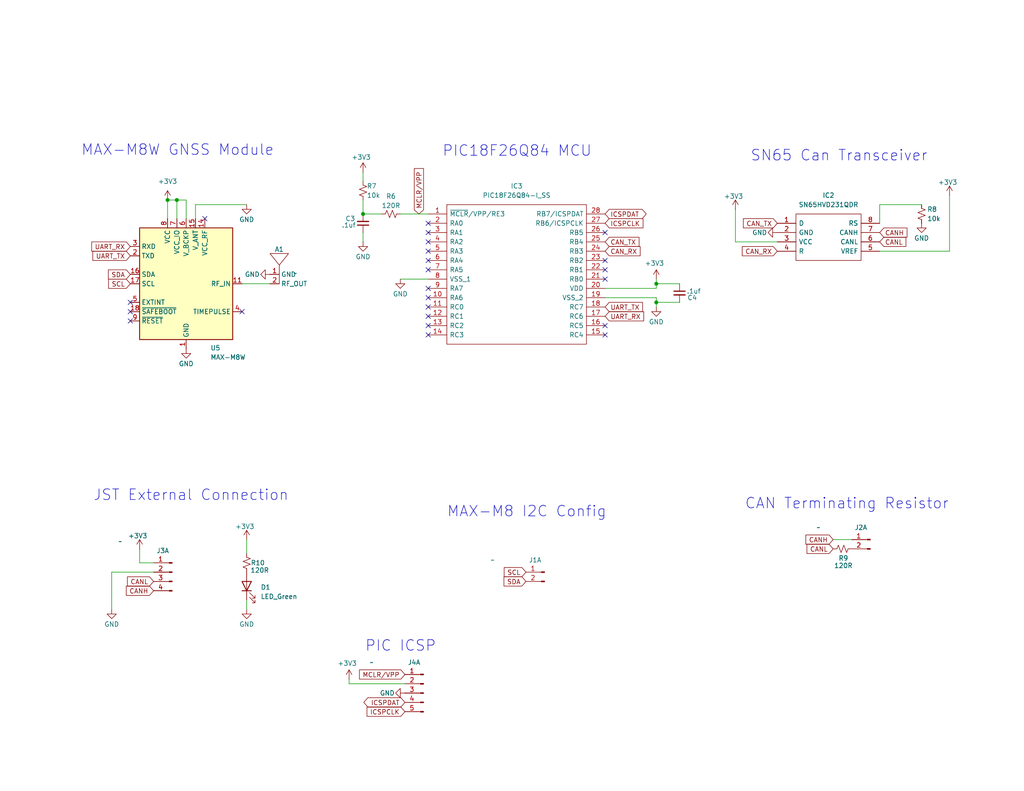
<source format=kicad_sch>
(kicad_sch (version 20231120) (generator "eeschema") (generator_version "8.0")
  (paper "USLetter")
  (title_block (title "PIC18 GPS Board") (date "2025-07-03") (rev "1.0") (company "University of Nebraska-Lincoln") (comment 1 "Version: 3.0") (comment 2 "Paul Scalise"))
  (lib_symbols
    (symbol "Connector:Samtec_ASP-134486-01" (pin_names (offset 1.016) hide)
      (property "Reference" "J1" (at -1.778 -3.048 0))
      (symbol "Samtec_ASP-134486-01_1_1"
        (pin passive line (at -2.54 -6.35 0) (length 3.81) (name "Pin_1") (number "1"))
        (pin passive line (at -2.54 -8.89 0) (length 3.81) (name "Pin_2") (number "2"))
      )
      (symbol "Samtec_ASP-134486-01_2_1"
        (pin passive line (at -2.54 -6.35 0) (length 3.81) (name "Pin_1") (number "B1"))
        (pin passive line (at -2.54 -8.89 0) (length 3.81) (name "Pin_2") (number "B2"))
      )
      (symbol "Samtec_ASP-134486-01_3_1"
        (pin passive line (at -2.54 -6.35 0) (length 3.81) (name "Pin_1") (number "C1"))
        (pin passive line (at -2.54 -8.89 0) (length 3.81) (name "Pin_2") (number "C2"))
      )
      (symbol "Samtec_ASP-134486-01_4_1"
        (pin passive line (at -2.54 -6.35 0) (length 3.81) (name "Pin_1") (number "D1"))
        (pin passive line (at -2.54 -8.89 0) (length 3.81) (name "Pin_2") (number "D2"))
      )
      (symbol "Samtec_ASP-134486-01_5_1"
        (pin passive line (at -2.54 -6.35 0) (length 3.81) (name "Pin_1") (number "E1"))
        (pin passive line (at -2.54 -8.89 0) (length 3.81) (name "Pin_2") (number "E2"))
      )
      (symbol "Samtec_ASP-134486-01_6_1"
        (pin passive line (at -2.54 -6.35 0) (length 3.81) (name "Pin_1") (number "F1"))
        (pin passive line (at -2.54 -8.89 0) (length 3.81) (name "Pin_2") (number "F2"))
      )
      (symbol "Samtec_ASP-134486-01_7_1"
        (pin passive line (at -2.54 -6.35 0) (length 3.81) (name "Pin_1") (number "G1"))
        (pin passive line (at -2.54 -8.89 0) (length 3.81) (name "Pin_2") (number "G2"))
      )
      (symbol "Samtec_ASP-134486-01_8_1"
        (pin passive line (at -2.54 -6.35 0) (length 3.81) (name "Pin_1") (number "H1"))
        (pin passive line (at -2.54 -8.89 0) (length 3.81) (name "Pin_2") (number "H2"))
      )
      (symbol "Samtec_ASP-134486-01_9_1"
        (pin passive line (at -2.54 -6.35 0) (length 3.81) (name "Pin_1") (number "J1"))
        (pin passive line (at -2.54 -8.89 0) (length 3.81) (name "Pin_2") (number "J2"))
      )
      (symbol "Samtec_ASP-134486-01_10_1"
        (pin passive line (at -2.54 -6.35 0) (length 3.81) (name "Pin_1") (number "K1"))
        (pin passive line (at -2.54 -8.89 0) (length 3.81) (name "Pin_2") (number "K2"))
      )
    )
    (symbol "Device:C_Small" (pin_numbers hide) (pin_names (offset 0.254) hide)
      (property "Reference" "C" (at 0.254 1.778 0))
      (property "Value" "C_Small" (at 0.254 -2.032 0))
      (symbol "C_Small_1_1"
        (pin passive line (at 0 2.54 270) (length 2.032) (name "~") (number "1"))
        (pin passive line (at 0 -2.54 90) (length 2.032) (name "~") (number "2"))
      )
    )
    (symbol "Device:LED" (pin_numbers hide) (pin_names (offset 1.016) hide)
      (property "Reference" "D" (at 0 2.54 0))
      (property "Value" "LED" (at 0 -2.54 0))
      (symbol "LED_1_1"
        (pin passive line (at -3.81 0 0) (length 2.54) (name "K") (number "1"))
        (pin passive line (at 3.81 0 180) (length 2.54) (name "A") (number "2"))
      )
    )
    (symbol "Device:R_Small_US" (pin_numbers hide) (pin_names (offset 0.254) hide)
      (property "Reference" "R" (at 0.762 0.508 0))
      (property "Value" "R_Small_US" (at 0.762 -1.016 0))
      (symbol "R_Small_US_1_1"
        (pin passive line (at 0 2.54 270) (length 1.016) (name "~") (number "1"))
        (pin passive line (at 0 -2.54 90) (length 1.016) (name "~") (number "2"))
      )
    )
    (symbol "Interface_CAN_LIN:SN65HVD231QDR" (pin_names (offset 0.762))
      (property "Reference" "IC" (at 24.13 7.62 0))
      (property "Value" "SN65HVD231QDR" (at 24.13 5.08 0))
      (symbol "SN65HVD231QDR_0_0"
        (pin passive line (at 0 0 0) (length 5.08) (name "D") (number "1"))
        (pin passive line (at 0 -2.54 0) (length 5.08) (name "GND") (number "2"))
        (pin passive line (at 0 -5.08 0) (length 5.08) (name "VCC") (number "3"))
        (pin passive line (at 0 -7.62 0) (length 5.08) (name "R") (number "4"))
        (pin passive line (at 27.94 -7.62 180) (length 5.08) (name "VREF") (number "5"))
        (pin passive line (at 27.94 -5.08 180) (length 5.08) (name "CANL") (number "6"))
        (pin passive line (at 27.94 -2.54 180) (length 5.08) (name "CANH") (number "7"))
        (pin passive line (at 27.94 0 180) (length 5.08) (name "RS") (number "8"))
      )
    )
    (symbol "MCU_Microchip_PIC18:PIC18F26Q84-I_SS" (pin_names (offset 0.762))
      (property "Reference" "IC" (at 44.45 7.62 0))
      (property "Value" "PIC18F26Q84-I_SS" (at 44.45 5.08 0))
      (symbol "PIC18F26Q84-I_SS_0_0"
        (pin passive line (at 0 0 0) (length 5.08) (name "~{MCLR}/VPP/RE3") (number "1"))
        (pin passive line (at 0 -22.86 0) (length 5.08) (name "RA6") (number "10"))
        (pin passive line (at 0 -25.4 0) (length 5.08) (name "RC0") (number "11"))
        (pin passive line (at 0 -27.94 0) (length 5.08) (name "RC1") (number "12"))
        (pin passive line (at 0 -30.48 0) (length 5.08) (name "RC2") (number "13"))
        (pin passive line (at 0 -33.02 0) (length 5.08) (name "RC3") (number "14"))
        (pin passive line (at 48.26 -33.02 180) (length 5.08) (name "RC4") (number "15"))
        (pin passive line (at 48.26 -30.48 180) (length 5.08) (name "RC5") (number "16"))
        (pin passive line (at 48.26 -27.94 180) (length 5.08) (name "RC6") (number "17"))
        (pin passive line (at 48.26 -25.4 180) (length 5.08) (name "RC7") (number "18"))
        (pin passive line (at 48.26 -22.86 180) (length 5.08) (name "VSS_2") (number "19"))
        (pin passive line (at 0 -2.54 0) (length 5.08) (name "RA0") (number "2"))
        (pin passive line (at 48.26 -20.32 180) (length 5.08) (name "VDD") (number "20"))
        (pin passive line (at 48.26 -17.78 180) (length 5.08) (name "RB0") (number "21"))
        (pin passive line (at 48.26 -15.24 180) (length 5.08) (name "RB1") (number "22"))
        (pin passive line (at 48.26 -12.7 180) (length 5.08) (name "RB2") (number "23"))
        (pin passive line (at 48.26 -10.16 180) (length 5.08) (name "RB3") (number "24"))
        (pin passive line (at 48.26 -7.62 180) (length 5.08) (name "RB4") (number "25"))
        (pin passive line (at 48.26 -5.08 180) (length 5.08) (name "RB5") (number "26"))
        (pin passive line (at 48.26 -2.54 180) (length 5.08) (name "RB6/ICSPCLK") (number "27"))
        (pin passive line (at 48.26 0 180) (length 5.08) (name "RB7/ICSPDAT") (number "28"))
        (pin passive line (at 0 -5.08 0) (length 5.08) (name "RA1") (number "3"))
        (pin passive line (at 0 -7.62 0) (length 5.08) (name "RA2") (number "4"))
        (pin passive line (at 0 -10.16 0) (length 5.08) (name "RA3") (number "5"))
        (pin passive line (at 0 -12.7 0) (length 5.08) (name "RA4") (number "6"))
        (pin passive line (at 0 -15.24 0) (length 5.08) (name "RA5") (number "7"))
        (pin passive line (at 0 -17.78 0) (length 5.08) (name "VSS_1") (number "8"))
        (pin passive line (at 0 -20.32 0) (length 5.08) (name "RA7") (number "9"))
      )
    )
    (symbol "RF_GPS:L000953"
      (property "Reference" "A" (at 0 4.318 0))
      (symbol "L000953_1_1"
        (pin input line (at -2.54 -2.54 0) (length 2.54) (name "GND") (number "1"))
        (pin output line (at -2.54 -5.08 0) (length 2.54) (name "RF_OUT") (number "2"))
      )
    )
    (symbol "RF_GPS:MAX-M8W"
      (property "Reference" "U" (at -10.16 16.51 0))
      (property "Value" "MAX-M8W" (at 12.7 16.51 0))
      (symbol "MAX-M8W_1_1"
        (pin power_in line (at 0 -17.78 90) (length 2.54) (name "GND") (number "1"))
        (pin passive line (at 0 -17.78 90) (length 2.54) hide (name "GND") (number "10"))
        (pin input line (at 15.24 0 180) (length 2.54) (name "RF_IN") (number "11"))
        (pin passive line (at 0 -17.78 90) (length 2.54) hide (name "GND") (number "12"))
        (pin no_connect line (at 12.7 -5.08 180) (length 2.54) hide (name "Reserved") (number "13"))
        (pin power_out line (at 5.08 17.78 270) (length 2.54) (name "VCC_RF") (number "14"))
        (pin power_in line (at 2.54 17.78 270) (length 2.54) (name "V_ANT") (number "15"))
        (pin bidirectional line (at -15.24 2.54 0) (length 2.54) (name "SDA") (number "16"))
        (pin input line (at -15.24 0 0) (length 2.54) (name "SCL") (number "17"))
        (pin input line (at -15.24 -7.62 0) (length 2.54) (name "~{SAFEBOOT}") (number "18"))
        (pin output line (at -15.24 7.62 0) (length 2.54) (name "TXD") (number "2"))
        (pin input line (at -15.24 10.16 0) (length 2.54) (name "RXD") (number "3"))
        (pin output line (at 15.24 -7.62 180) (length 2.54) (name "TIMEPULSE") (number "4"))
        (pin input line (at -15.24 -5.08 0) (length 2.54) (name "EXTINT") (number "5"))
        (pin power_in line (at 0 17.78 270) (length 2.54) (name "V_BCKP") (number "6"))
        (pin power_in line (at -2.54 17.78 270) (length 2.54) (name "VCC_IO") (number "7"))
        (pin power_in line (at -5.08 17.78 270) (length 2.54) (name "VCC") (number "8"))
        (pin input line (at -15.24 -10.16 0) (length 2.54) (name "~{RESET}") (number "9"))
      )
    )
    (symbol "Samtec_ASP-134486-01_1" (pin_names (offset 1.016) hide)
      (property "Reference" "J3" (at -1.778 -5.588 0))
      (property "Value" "~" (at -12.192 -3.048 0))
      (symbol "Samtec_ASP-134486-01_1_1_1"
        (pin passive line (at -2.54 -8.89 0) (length 3.81) (name "Pin_1") (number "1"))
        (pin passive line (at -2.54 -11.43 0) (length 3.81) (name "Pin_2") (number "2"))
        (pin passive line (at -2.54 -13.97 0) (length 3.81) (name "Pin_3") (number "3"))
        (pin passive line (at -2.54 -16.51 0) (length 3.81) (name "Pin_4") (number "4"))
      )
      (symbol "Samtec_ASP-134486-01_1_2_1"
        (pin passive line (at -2.54 -8.89 0) (length 3.81) (name "Pin_1") (number "B2"))
      )
      (symbol "Samtec_ASP-134486-01_1_3_1"
        (pin passive line (at -2.54 -8.89 0) (length 3.81) (name "Pin_1") (number "C2"))
      )
      (symbol "Samtec_ASP-134486-01_1_4_1"
        (pin passive line (at -2.54 -8.89 0) (length 3.81) (name "Pin_1") (number "D2"))
      )
      (symbol "Samtec_ASP-134486-01_1_5_1"
        (pin passive line (at -2.54 -8.89 0) (length 3.81) (name "Pin_1") (number "E2"))
      )
      (symbol "Samtec_ASP-134486-01_1_6_1"
        (pin passive line (at -2.54 -8.89 0) (length 3.81) (name "Pin_1") (number "F2"))
      )
      (symbol "Samtec_ASP-134486-01_1_7_1"
        (pin passive line (at -2.54 -8.89 0) (length 3.81) (name "Pin_1") (number "G2"))
      )
      (symbol "Samtec_ASP-134486-01_1_8_1"
        (pin passive line (at -2.54 -8.89 0) (length 3.81) (name "Pin_1") (number "H2"))
      )
      (symbol "Samtec_ASP-134486-01_1_9_1"
        (pin passive line (at -2.54 -8.89 0) (length 3.81) (name "Pin_1") (number "J2"))
      )
      (symbol "Samtec_ASP-134486-01_1_10_1"
        (pin passive line (at -2.54 -8.89 0) (length 3.81) (name "Pin_1") (number "K2"))
      )
    )
    (symbol "Samtec_ASP-134486-01_2" (pin_names (offset 1.016) hide)
      (property "Reference" "J4" (at -1.778 -3.048 0))
      (property "Value" "~" (at -12.192 -3.048 0))
      (symbol "Samtec_ASP-134486-01_2_1_1"
        (pin passive line (at -2.54 -6.35 0) (length 3.81) (name "Pin_1") (number "1"))
        (pin passive line (at -2.54 -8.89 0) (length 3.81) (name "Pin_2") (number "2"))
        (pin passive line (at -2.54 -11.43 0) (length 3.81) (name "Pin_3") (number "3"))
        (pin passive line (at -2.54 -13.97 0) (length 3.81) (name "Pin_4") (number "4"))
        (pin passive line (at -2.54 -16.51 0) (length 3.81) (name "Pin_5") (number "5"))
      )
      (symbol "Samtec_ASP-134486-01_2_2_1"
        (pin passive line (at -2.54 -6.35 0) (length 3.81) (name "Pin_1") (number "B1"))
        (pin passive line (at -2.54 -8.89 0) (length 3.81) (name "Pin_2") (number "B2"))
      )
      (symbol "Samtec_ASP-134486-01_2_3_1"
        (pin passive line (at -2.54 -6.35 0) (length 3.81) (name "Pin_1") (number "C1"))
        (pin passive line (at -2.54 -8.89 0) (length 3.81) (name "Pin_2") (number "C2"))
      )
      (symbol "Samtec_ASP-134486-01_2_4_1"
        (pin passive line (at -2.54 -6.35 0) (length 3.81) (name "Pin_1") (number "D1"))
        (pin passive line (at -2.54 -8.89 0) (length 3.81) (name "Pin_2") (number "D2"))
      )
      (symbol "Samtec_ASP-134486-01_2_5_1"
        (pin passive line (at -2.54 -6.35 0) (length 3.81) (name "Pin_1") (number "E1"))
        (pin passive line (at -2.54 -8.89 0) (length 3.81) (name "Pin_2") (number "E2"))
      )
      (symbol "Samtec_ASP-134486-01_2_6_1"
        (pin passive line (at -2.54 -6.35 0) (length 3.81) (name "Pin_1") (number "F1"))
        (pin passive line (at -2.54 -8.89 0) (length 3.81) (name "Pin_2") (number "F2"))
      )
      (symbol "Samtec_ASP-134486-01_2_7_1"
        (pin passive line (at -2.54 -6.35 0) (length 3.81) (name "Pin_1") (number "G1"))
        (pin passive line (at -2.54 -8.89 0) (length 3.81) (name "Pin_2") (number "G2"))
      )
      (symbol "Samtec_ASP-134486-01_2_8_1"
        (pin passive line (at -2.54 -6.35 0) (length 3.81) (name "Pin_1") (number "H1"))
        (pin passive line (at -2.54 -8.89 0) (length 3.81) (name "Pin_2") (number "H2"))
      )
      (symbol "Samtec_ASP-134486-01_2_9_1"
        (pin passive line (at -2.54 -6.35 0) (length 3.81) (name "Pin_1") (number "J1"))
        (pin passive line (at -2.54 -8.89 0) (length 3.81) (name "Pin_2") (number "J2"))
      )
      (symbol "Samtec_ASP-134486-01_2_10_1"
        (pin passive line (at -2.54 -6.35 0) (length 3.81) (name "Pin_1") (number "K1"))
        (pin passive line (at -2.54 -8.89 0) (length 3.81) (name "Pin_2") (number "K2"))
      )
    )
    (symbol "power:+3V3" (power) (pin_numbers hide) (pin_names (offset 0) hide)
      (property "Value" "+3V3" (at 0 3.556 0))
      (symbol "+3V3_1_1"
        (pin power_in line (at 0 0 90) (length 0) (name "~") (number "1"))
      )
    )
    (symbol "power:GND" (power) (pin_numbers hide) (pin_names (offset 0) hide)
      (property "Value" "GND" (at 0 -3.81 0))
      (symbol "GND_1_1"
        (pin power_in line (at 0 0 270) (length 0) (name "~") (number "1"))
      )
    )
  )
  (junction (at 48.26 54.61))
  (junction (at 179.07 82.55))
  (junction (at 179.07 77.47))
  (junction (at 99.06 58.42))
  (junction (at 45.72 54.61))
  (no_connect (at 116.84 81.28))
  (no_connect (at 35.56 82.55))
  (no_connect (at 116.84 63.5))
  (no_connect (at 116.84 88.9))
  (no_connect (at 165.1 73.66))
  (no_connect (at 66.04 85.09))
  (no_connect (at 116.84 71.12))
  (no_connect (at 116.84 78.74))
  (no_connect (at 116.84 91.44))
  (no_connect (at 35.56 85.09))
  (no_connect (at 165.1 88.9))
  (no_connect (at 165.1 71.12))
  (no_connect (at 116.84 73.66))
  (no_connect (at 35.56 87.63))
  (no_connect (at 116.84 86.36))
  (no_connect (at 165.1 91.44))
  (no_connect (at 55.88 59.69))
  (no_connect (at 165.1 63.5))
  (no_connect (at 116.84 68.58))
  (no_connect (at 116.84 60.96))
  (no_connect (at 116.84 83.82))
  (no_connect (at 165.1 76.2))
  (no_connect (at 116.84 66.04))
  (wire (pts (xy 95.25 185.42) (xy 95.25 186.69)))
  (wire (pts (xy 50.8 59.69) (xy 50.8 54.61)))
  (wire (pts (xy 41.91 153.67) (xy 38.1 153.67)))
  (wire (pts (xy 240.03 55.88) (xy 240.03 60.96)))
  (wire (pts (xy 179.07 81.28) (xy 179.07 82.55)))
  (wire (pts (xy 227.33 147.32) (xy 232.41 147.32)))
  (wire (pts (xy 251.46 55.88) (xy 240.03 55.88)))
  (wire (pts (xy 99.06 54.61) (xy 99.06 58.42)))
  (wire (pts (xy 67.31 147.32) (xy 67.31 151.13)))
  (wire (pts (xy 165.1 81.28) (xy 179.07 81.28)))
  (wire (pts (xy 53.34 55.88) (xy 67.31 55.88)))
  (wire (pts (xy 53.34 59.69) (xy 53.34 55.88)))
  (wire (pts (xy 45.72 54.61) (xy 45.72 59.69)))
  (wire (pts (xy 30.48 156.21) (xy 30.48 166.37)))
  (wire (pts (xy 38.1 153.67) (xy 38.1 149.86)))
  (wire (pts (xy 50.8 54.61) (xy 48.26 54.61)))
  (wire (pts (xy 200.66 66.04) (xy 212.09 66.04)))
  (wire (pts (xy 259.08 68.58) (xy 259.08 53.34)))
  (wire (pts (xy 48.26 54.61) (xy 45.72 54.61)))
  (wire (pts (xy 95.25 186.69) (xy 110.49 186.69)))
  (wire (pts (xy 179.07 82.55) (xy 185.42 82.55)))
  (wire (pts (xy 41.91 156.21) (xy 30.48 156.21)))
  (wire (pts (xy 99.06 58.42) (xy 104.14 58.42)))
  (wire (pts (xy 179.07 76.2) (xy 179.07 77.47)))
  (wire (pts (xy 48.26 54.61) (xy 48.26 59.69)))
  (wire (pts (xy 179.07 78.74) (xy 179.07 77.47)))
  (wire (pts (xy 109.22 76.2) (xy 116.84 76.2)))
  (wire (pts (xy 240.03 68.58) (xy 259.08 68.58)))
  (wire (pts (xy 67.31 163.83) (xy 67.31 166.37)))
  (wire (pts (xy 179.07 77.47) (xy 185.42 77.47)))
  (wire (pts (xy 66.04 77.47) (xy 73.66 77.47)))
  (wire (pts (xy 109.22 58.42) (xy 116.84 58.42)))
  (wire (pts (xy 99.06 63.5) (xy 99.06 66.04)))
  (wire (pts (xy 99.06 46.99) (xy 99.06 49.53)))
  (wire (pts (xy 200.66 57.15) (xy 200.66 66.04)))
  (wire (pts (xy 179.07 82.55) (xy 179.07 83.82)))
  (wire (pts (xy 165.1 78.74) (xy 179.07 78.74)))
  (text "MAX-M8W GNSS Module" (at 22.098 39.37 0) (effects (font (size 2.8956 2.8956)) (justify left top)))
  (text "PIC18F26Q84 MCU" (at 120.65 39.624 0) (effects (font (size 2.8956 2.8956)) (justify left top)))
  (text "CAN Terminating Resistor" (at 203.2 135.89 0) (effects (font (size 2.8956 2.8956)) (justify left top)))
  (text "MAX-M8 I2C Config" (at 121.92 138.0744 0) (effects (font (size 2.8956 2.8956)) (justify left top)))
  (text "PIC ICSP" (at 99.568 174.752 0) (effects (font (size 2.8956 2.8956)) (justify left top)))
  (text "JST External Connection" (at 25.4 133.604 0) (effects (font (size 2.8956 2.8956)) (justify left top)))
  (text "SN65 Can Transceiver" (at 204.724 40.894 0) (effects (font (size 2.8956 2.8956)) (justify left top)))
  (global_label "ICSPCLK" (shape input) (at 110.49 194.31 180) (property "Intersheetrefs" "${INTERSHEET_REFS}" (effects (hide yes))))
  (global_label "UART_RX" (shape input) (at 165.1 86.36 0) (property "Intersheetrefs" "${INTERSHEET_REFS}" (effects (hide yes))))
  (global_label "MCLR{slash}VPP" (shape input) (at 110.49 184.15 180) (property "Intersheetrefs" "${INTERSHEET_REFS}" (effects (hide yes))))
  (global_label "CANL" (shape input) (at 41.91 158.75 180) (property "Intersheetrefs" "${INTERSHEET_REFS}" (effects (hide yes))))
  (global_label "SCL" (shape input) (at 143.51 156.21 180) (property "Intersheetrefs" "${INTERSHEET_REFS}" (effects (hide yes))))
  (global_label "CAN_RX" (shape input) (at 212.09 68.58 180) (property "Intersheetrefs" "${INTERSHEET_REFS}" (effects (hide yes))))
  (global_label "SDA" (shape input) (at 143.51 158.75 180) (property "Intersheetrefs" "${INTERSHEET_REFS}" (effects (hide yes))))
  (global_label "SCL" (shape input) (at 35.56 77.47 180) (property "Intersheetrefs" "${INTERSHEET_REFS}" (effects (hide yes))))
  (global_label "SDA" (shape input) (at 35.56 74.93 180) (property "Intersheetrefs" "${INTERSHEET_REFS}" (effects (hide yes))))
  (global_label "UART_RX" (shape input) (at 35.56 67.31 180) (property "Intersheetrefs" "${INTERSHEET_REFS}" (effects (hide yes))))
  (global_label "CAN_TX" (shape input) (at 212.09 60.96 180) (property "Intersheetrefs" "${INTERSHEET_REFS}" (effects (hide yes))))
  (global_label "CANL" (shape input) (at 227.33 149.86 180) (property "Intersheetrefs" "${INTERSHEET_REFS}" (effects (hide yes))))
  (global_label "ICSPCLK" (shape input) (at 165.1 60.96 0) (property "Intersheetrefs" "${INTERSHEET_REFS}" (effects (hide yes))))
  (global_label "CANH" (shape input) (at 227.33 147.32 180) (property "Intersheetrefs" "${INTERSHEET_REFS}" (effects (hide yes))))
  (global_label "ICSPDAT" (shape bidirectional) (at 165.1 58.42 0) (property "Intersheetrefs" "${INTERSHEET_REFS}" (effects (hide yes))))
  (global_label "ICSPDAT" (shape bidirectional) (at 110.49 191.77 180) (property "Intersheetrefs" "${INTERSHEET_REFS}" (effects (hide yes))))
  (global_label "CAN_TX" (shape input) (at 165.1 66.04 0) (property "Intersheetrefs" "${INTERSHEET_REFS}" (effects (hide yes))))
  (global_label "CANL" (shape input) (at 240.03 66.04 0) (property "Intersheetrefs" "${INTERSHEET_REFS}" (effects (hide yes))))
  (global_label "UART_TX" (shape input) (at 165.1 83.82 0) (property "Intersheetrefs" "${INTERSHEET_REFS}" (effects (hide yes))))
  (global_label "CAN_RX" (shape input) (at 165.1 68.58 0) (property "Intersheetrefs" "${INTERSHEET_REFS}" (effects (hide yes))))
  (global_label "UART_TX" (shape input) (at 35.56 69.85 180) (property "Intersheetrefs" "${INTERSHEET_REFS}" (effects (hide yes))))
  (global_label "CANH" (shape input) (at 240.03 63.5 0) (property "Intersheetrefs" "${INTERSHEET_REFS}" (effects (hide yes))))
  (global_label "MCLR{slash}VPP" (shape input) (at 114.3 58.42 90) (property "Intersheetrefs" "${INTERSHEET_REFS}" (effects (hide yes))))
  (global_label "CANH" (shape input) (at 41.91 161.29 180) (property "Intersheetrefs" "${INTERSHEET_REFS}" (effects (hide yes))))
  (symbol (lib_id "power:GND") (at 110.49 189.23 270) (unit 1)
    (property "Reference" "#PWR018" (effects (hide yes)))
    (property "Value" "GND" (at 105.664 189.23 90))
    (property "Description" "Power symbol creates a global label with name \"GND\" , ground" (effects (hide yes)))
  )
  (symbol (lib_id "RF_GPS:L000953") (at 76.2 72.39 0) (unit 1)
    (property "Reference" "A1" (at 74.93 68.072 0) (effects (justify left)))
    (property "Value" "~" (at 80.01 74.6125 0) (effects (justify left)))
    (property "Footprint" "RF_Antenna:L000953-01" (effects (hide yes)))
  )
  (symbol (lib_id "power:GND") (at 179.07 83.82 0) (unit 1)
    (property "Reference" "#PWR02" (effects (hide yes)))
    (property "Value" "GND" (at 179.07 87.884 0))
    (property "Description" "Power symbol creates a global label with name \"GND\" , ground" (effects (hide yes)))
  )
  (symbol (lib_id "power:GND") (at 67.31 166.37 0) (unit 1)
    (property "Reference" "#PWR015" (effects (hide yes)))
    (property "Value" "GND" (at 67.31 170.434 0))
    (property "Description" "Power symbol creates a global label with name \"GND\" , ground" (effects (hide yes)))
  )
  (symbol (lib_id "power:GND") (at 251.46 60.96 0) (unit 1)
    (property "Reference" "#PWR010" (effects (hide yes)))
    (property "Value" "GND" (at 251.46 65.024 0))
    (property "Description" "Power symbol creates a global label with name \"GND\" , ground" (effects (hide yes)))
  )
  (symbol (lib_id "power:+3V3") (at 67.31 147.32 0) (unit 1)
    (property "Reference" "#PWR014" (effects (hide yes)))
    (property "Value" "+3V3" (at 66.802 143.764 0))
    (property "Description" "Power symbol creates a global label with name \"+3V3\"" (effects (hide yes)))
  )
  (symbol (lib_id "power:+3V3") (at 45.72 54.61 0) (unit 1)
    (property "Reference" "#PWR06" (effects (hide yes)))
    (property "Value" "+3V3" (at 45.72 49.53 0))
    (property "Description" "Power symbol creates a global label with name \"+3V3\"" (effects (hide yes)))
  )
  (symbol (lib_id "Device:C_Small") (at 185.42 80.01 0) (unit 1)
    (property "Reference" "C4" (at 190.246 81.28 0) (effects (justify right)))
    (property "Value" ".1uf" (at 191.262 79.502 0) (effects (justify right)))
    (property "Footprint" "Capacitor_SMD:C_0805_2012Metric_Pad1.18x1.45mm_HandSolder" (effects (hide yes)))
    (property "Description" "Unpolarized capacitor, small symbol" (effects (hide yes)))
  )
  (symbol (lib_id "power:+3V3") (at 99.06 46.99 0) (unit 1)
    (property "Reference" "#PWR04" (effects (hide yes)))
    (property "Value" "+3V3" (at 98.552 42.926 0))
    (property "Description" "Power symbol creates a global label with name \"+3V3\"" (effects (hide yes)))
  )
  (symbol (lib_id "power:GND") (at 99.06 66.04 0) (unit 1)
    (property "Reference" "#PWR01" (effects (hide yes)))
    (property "Value" "GND" (at 99.06 70.104 0))
    (property "Description" "Power symbol creates a global label with name \"GND\" , ground" (effects (hide yes)))
  )
  (symbol (lib_id "Device:C_Small") (at 99.06 60.96 180) (unit 1)
    (property "Reference" "C3" (at 94.234 59.69 0) (effects (justify right)))
    (property "Value" ".1uf" (at 93.218 61.468 0) (effects (justify right)))
    (property "Footprint" "Capacitor_SMD:C_0805_2012Metric_Pad1.18x1.45mm_HandSolder" (effects (hide yes)))
    (property "Description" "Unpolarized capacitor, small symbol" (effects (hide yes)))
  )
  (symbol (lib_id "power:GND") (at 67.31 55.88 0) (unit 1)
    (property "Reference" "#PWR09" (effects (hide yes)))
    (property "Value" "GND" (at 67.31 59.944 0))
    (property "Description" "Power symbol creates a global label with name \"GND\" , ground" (effects (hide yes)))
  )
  (symbol (lib_id "power:GND") (at 109.22 76.2 0) (unit 1)
    (property "Reference" "#PWR03" (effects (hide yes)))
    (property "Value" "GND" (at 109.22 80.264 0))
    (property "Description" "Power symbol creates a global label with name \"GND\" , ground" (effects (hide yes)))
  )
  (symbol (lib_id "Device:R_Small_US") (at 106.68 58.42 90) (unit 1)
    (property "Reference" "R6" (at 106.68 53.594 90))
    (property "Value" "120R" (at 106.68 56.134 90))
    (property "Footprint" "Resistor_SMD:R_0805_2012Metric_Pad1.20x1.40mm_HandSolder" (effects (hide yes)))
    (property "Description" "Resistor, small US symbol" (effects (hide yes)))
  )
  (symbol (lib_id "Device:R_Small_US") (at 229.87 149.86 90) (unit 1)
    (property "Reference" "R9" (at 230.124 152.4 90))
    (property "Value" "120R" (at 230.124 154.432 90))
    (property "Footprint" "Resistor_SMD:R_0805_2012Metric_Pad1.20x1.40mm_HandSolder" (effects (hide yes)))
    (property "Description" "Resistor, small US symbol" (effects (hide yes)))
  )
  (symbol (lib_id "power:GND") (at 30.48 166.37 0) (unit 1)
    (property "Reference" "#PWR017" (effects (hide yes)))
    (property "Value" "GND" (at 30.48 170.434 0))
    (property "Description" "Power symbol creates a global label with name \"GND\" , ground" (effects (hide yes)))
  )
  (symbol (lib_id "power:GND") (at 73.66 74.93 270) (unit 1)
    (property "Reference" "#PWR08" (effects (hide yes)))
    (property "Value" "GND" (at 68.834 74.93 90))
    (property "Description" "Power symbol creates a global label with name \"GND\" , ground" (effects (hide yes)))
  )
  (symbol (lib_id "RF_GPS:MAX-M8W") (at 50.8 77.47 0) (unit 1)
    (property "Reference" "U5" (at 57.404 94.996 0) (effects (justify left)))
    (property "Value" "MAX-M8W" (at 57.404 97.536 0) (effects (justify left)))
    (property "Footprint" "RF_GPS:ublox_MAX" (effects (hide yes)))
    (property "Datasheet" "https://www.u-blox.com/sites/default/files/MAX-M8-FW3_DataSheet_%28UBX-15031506%29.pdf" (effects (hide yes)))
    (property "Description" "GNSS Module MAX M8, VCC 2.7V to 3.6V" (effects (hide yes)))
  )
  (symbol (lib_id "Connector:Samtec_ASP-134486-01") (at 234.95 140.97 0) (unit 1)
    (property "Reference" "J2" (at 233.172 144.018 0) (effects (justify left)))
    (property "Value" "~" (at 222.758 144.018 0) (effects (justify left)))
    (property "Footprint" "Connector_PinHeader_2.54mm:PinHeader_1x02_P2.54mm_Vertical" (effects (hide yes)))
    (property "Datasheet" "http://suddendocs.samtec.com/prints/asp-134486-01-mkt.pdf" (effects (hide yes)))
    (property "Description" "Connector array, 10x40, 1.27mm pitch, carrier-card, receptacle, gold finish, VITA 57.1 FMC, SMD" (effects (hide yes)))
  )
  (symbol (lib_id "power:+3V3") (at 95.25 185.42 0) (unit 1)
    (property "Reference" "#PWR019" (effects (hide yes)))
    (property "Value" "+3V3" (at 94.742 181.102 0))
    (property "Description" "Power symbol creates a global label with name \"+3V3\"" (effects (hide yes)))
  )
  (symbol (lib_id "power:GND") (at 212.09 63.5 270) (unit 1)
    (property "Reference" "#PWR012" (effects (hide yes)))
    (property "Value" "GND" (at 207.264 63.5 90))
    (property "Description" "Power symbol creates a global label with name \"GND\" , ground" (effects (hide yes)))
  )
  (symbol (lib_id "Interface_CAN_LIN:SN65HVD231QDR") (at 212.09 60.96 0) (unit 1)
    (property "Reference" "IC2" (at 226.06 53.34 0))
    (property "Value" "SN65HVD231QDR" (at 226.06 55.88 0))
    (property "Footprint" "Package_SO:SOIC127P600X175-8N" (effects (hide yes)))
    (property "Datasheet" "http://www.ti.com/lit/gpn/SN65HVD231Q" (effects (hide yes)))
    (property "Description" "3.3-V CAN Transceiver with Sleep Mode" (effects (hide yes)))
    (property "Height" "1.75" (effects (hide yes)))
    (property "Mouser Part Number" "595-SN65HVD231QDR" (effects (hide yes)))
    (property "Mouser Price/Stock" "https://www.mouser.co.uk/ProductDetail/Texas-Instruments/SN65HVD231QDR?qs=QViXGNcIEAvbXcoRvmoe%2Fw%3D%3D" (effects (hide yes)))
    (property "Manufacturer_Name" "Texas Instruments" (effects (hide yes)))
    (property "Manufacturer_Part_Number" "SN65HVD231QDR" (effects (hide yes)))
  )
  (symbol (lib_id "power:+3V3") (at 179.07 76.2 0) (unit 1)
    (property "Reference" "#PWR05" (effects (hide yes)))
    (property "Value" "+3V3" (at 178.562 71.882 0))
    (property "Description" "Power symbol creates a global label with name \"+3V3\"" (effects (hide yes)))
  )
  (symbol (lib_id "Device:LED") (at 67.31 160.02 90) (unit 1)
    (property "Reference" "D1" (at 71.12 160.3374 90) (effects (justify right)))
    (property "Value" "LED_Green" (at 71.12 162.8774 90) (effects (justify right)))
    (property "Footprint" "LED_SMD:LED_0805_2012Metric_Pad1.15x1.40mm_HandSolder" (effects (hide yes)))
    (property "Description" "Light emitting diode" (effects (hide yes)))
  )
  (symbol (lib_name "Samtec_ASP-134486-01_2") (lib_id "Connector:Samtec_ASP-134486-01") (at 113.03 177.8 0) (unit 1)
    (property "Reference" "J4" (at 111.252 180.848 0) (effects (justify left)))
    (property "Value" "~" (at 100.838 180.848 0) (effects (justify left)))
    (property "Footprint" "Connector_PinHeader_2.54mm:PinHeader_1x05_P2.54mm_Vertical" (effects (hide yes)))
    (property "Datasheet" "http://suddendocs.samtec.com/prints/asp-134486-01-mkt.pdf" (effects (hide yes)))
    (property "Description" "Connector array, 10x40, 1.27mm pitch, carrier-card, receptacle, gold finish, VITA 57.1 FMC, SMD" (effects (hide yes)))
  )
  (symbol (lib_id "Device:R_Small_US") (at 67.31 153.67 180) (unit 1)
    (property "Reference" "R10" (at 70.358 153.67 0))
    (property "Value" "120R" (at 70.866 155.702 0))
    (property "Footprint" "Resistor_SMD:R_0805_2012Metric_Pad1.20x1.40mm_HandSolder" (effects (hide yes)))
    (property "Description" "Resistor, small US symbol" (effects (hide yes)))
  )
  (symbol (lib_id "power:+3V3") (at 200.66 57.15 0) (unit 1)
    (property "Reference" "#PWR013" (effects (hide yes)))
    (property "Value" "+3V3" (at 200.152 53.594 0))
    (property "Description" "Power symbol creates a global label with name \"+3V3\"" (effects (hide yes)))
  )
  (symbol (lib_id "power:+3V3") (at 259.08 53.34 0) (unit 1)
    (property "Reference" "#PWR011" (effects (hide yes)))
    (property "Value" "+3V3" (at 258.572 49.784 0))
    (property "Description" "Power symbol creates a global label with name \"+3V3\"" (effects (hide yes)))
  )
  (symbol (lib_id "Device:R_Small_US") (at 251.46 58.42 0) (unit 1)
    (property "Reference" "R8" (at 252.984 57.15 0) (effects (justify left)))
    (property "Value" "10k" (at 252.984 59.69 0) (effects (justify left)))
    (property "Footprint" "Resistor_SMD:R_0805_2012Metric_Pad1.20x1.40mm_HandSolder" (effects (hide yes)))
    (property "Description" "Resistor, small US symbol" (effects (hide yes)))
  )
  (symbol (lib_id "MCU_Microchip_PIC18:PIC18F26Q84-I_SS") (at 116.84 58.42 0) (unit 1)
    (property "Reference" "IC3" (at 140.97 50.8 0))
    (property "Value" "PIC18F26Q84-I_SS" (at 140.97 53.34 0))
    (property "Footprint" "Package_SO:SOP65P780X200-28N" (effects (hide yes)))
    (property "Datasheet" "https://componentsearchengine.com/Datasheets/2/PIC18F26Q84-I_SS.pdf" (effects (hide yes)))
    (property "Description" "8-bit Microcontrollers - MCU CAN-FD, 64KB Flash, 8KB RAM, 12b ADC3, UTMR, DAC, Comp, PWM, CCP, CWG, HLT, WWDT, SCAN/CRC, ZCD, PPS,Comms, IDLE/DOZE/PMD, JTAG" (effects (hide yes)))
    (property "Height" "2" (effects (hide yes)))
    (property "Mouser Part Number" "579-PIC18F26Q84-I/SS" (effects (hide yes)))
    (property "Mouser Price/Stock" "https://www.mouser.co.uk/ProductDetail/Microchip-Technology/PIC18F26Q84-I-SS?qs=vmHwEFxEFR9EJRaEYV5gAQ%3D%3D" (effects (hide yes)))
    (property "Manufacturer_Name" "Microchip" (effects (hide yes)))
    (property "Manufacturer_Part_Number" "PIC18F26Q84-I/SS" (effects (hide yes)))
  )
  (symbol (lib_name "Samtec_ASP-134486-01_1") (lib_id "Connector:Samtec_ASP-134486-01") (at 44.45 144.78 0) (unit 1)
    (property "Reference" "J3" (at 42.672 150.368 0) (effects (justify left)))
    (property "Value" "~" (at 32.258 147.828 0) (effects (justify left)))
    (property "Footprint" "Connector_JST:JST_SH_SM04B-SRSS-TB_1x04-1MP_P1.00mm_Horizontal" (effects (hide yes)))
    (property "Datasheet" "http://suddendocs.samtec.com/prints/asp-134486-01-mkt.pdf" (effects (hide yes)))
    (property "Description" "Connector array, 10x40, 1.27mm pitch, carrier-card, receptacle, gold finish, VITA 57.1 FMC, SMD" (effects (hide yes)))
  )
  (symbol (lib_id "Device:R_Small_US") (at 99.06 52.07 180) (unit 1)
    (property "Reference" "R7" (at 100.076 50.8 0) (effects (justify right)))
    (property "Value" "10k" (at 100.076 53.34 0) (effects (justify right)))
    (property "Footprint" "Resistor_SMD:R_0805_2012Metric_Pad1.20x1.40mm_HandSolder" (effects (hide yes)))
    (property "Description" "Resistor, small US symbol" (effects (hide yes)))
  )
  (symbol (lib_id "power:GND") (at 50.8 95.25 0) (unit 1)
    (property "Reference" "#PWR07" (effects (hide yes)))
    (property "Value" "GND" (at 50.8 99.314 0))
    (property "Description" "Power symbol creates a global label with name \"GND\" , ground" (effects (hide yes)))
  )
  (symbol (lib_id "power:+3V3") (at 38.1 149.86 0) (unit 1)
    (property "Reference" "#PWR016" (effects (hide yes)))
    (property "Value" "+3V3" (at 37.592 146.304 0))
    (property "Description" "Power symbol creates a global label with name \"+3V3\"" (effects (hide yes)))
  )
  (symbol (lib_id "Connector:Samtec_ASP-134486-01") (at 146.05 149.86 0) (unit 1)
    (property "Reference" "J1" (at 144.272 152.908 0) (effects (justify left)))
    (property "Value" "~" (at 133.858 152.908 0) (effects (justify left)))
    (property "Footprint" "Connector_PinHeader_2.54mm:PinHeader_1x02_P2.54mm_Vertical" (effects (hide yes)))
    (property "Datasheet" "http://suddendocs.samtec.com/prints/asp-134486-01-mkt.pdf" (effects (hide yes)))
    (property "Description" "Connector array, 10x40, 1.27mm pitch, carrier-card, receptacle, gold finish, VITA 57.1 FMC, SMD" (effects (hide yes)))
  )
)
</source>
